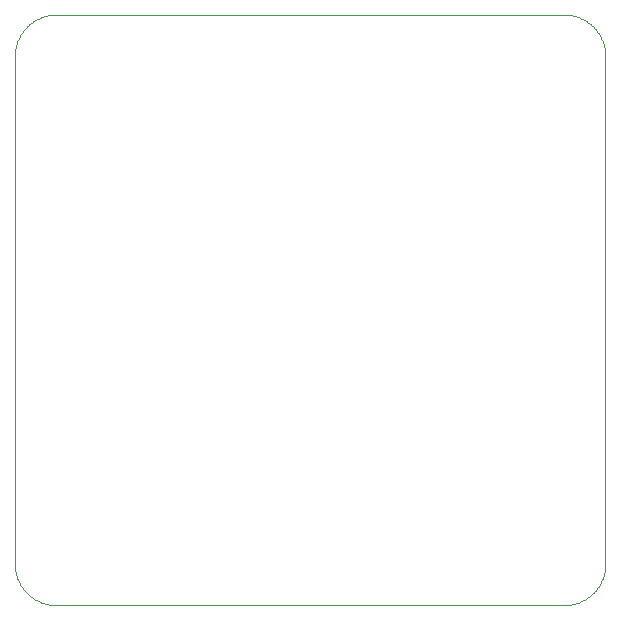
<source format=gbo>
G75*
%MOIN*%
%OFA0B0*%
%FSLAX25Y25*%
%IPPOS*%
%LPD*%
%AMOC8*
5,1,8,0,0,1.08239X$1,22.5*
%
%ADD10C,0.00000*%
%ADD11C,0.00004*%
D10*
X0020490Y0014980D02*
X0020490Y0184271D01*
X0034270Y0198050D02*
X0203561Y0198050D01*
X0217341Y0184271D02*
X0217341Y0014980D01*
X0203561Y0001200D02*
X0034270Y0001200D01*
D11*
X0033937Y0001204D01*
X0033604Y0001216D01*
X0033272Y0001236D01*
X0032940Y0001264D01*
X0032609Y0001300D01*
X0032279Y0001345D01*
X0031950Y0001397D01*
X0031622Y0001457D01*
X0031296Y0001525D01*
X0030972Y0001600D01*
X0030650Y0001684D01*
X0030330Y0001775D01*
X0030012Y0001874D01*
X0029696Y0001981D01*
X0029384Y0002095D01*
X0029074Y0002217D01*
X0028767Y0002347D01*
X0028463Y0002483D01*
X0028163Y0002627D01*
X0027866Y0002778D01*
X0027573Y0002937D01*
X0027284Y0003102D01*
X0026999Y0003274D01*
X0026718Y0003453D01*
X0026442Y0003639D01*
X0026170Y0003832D01*
X0025903Y0004031D01*
X0025641Y0004236D01*
X0025384Y0004448D01*
X0025132Y0004666D01*
X0024886Y0004889D01*
X0024645Y0005119D01*
X0024409Y0005355D01*
X0024179Y0005596D01*
X0023956Y0005842D01*
X0023738Y0006094D01*
X0023526Y0006351D01*
X0023321Y0006613D01*
X0023122Y0006880D01*
X0022929Y0007152D01*
X0022743Y0007428D01*
X0022564Y0007709D01*
X0022392Y0007994D01*
X0022227Y0008283D01*
X0022068Y0008576D01*
X0021917Y0008873D01*
X0021773Y0009173D01*
X0021637Y0009477D01*
X0021507Y0009784D01*
X0021385Y0010094D01*
X0021271Y0010406D01*
X0021164Y0010722D01*
X0021065Y0011040D01*
X0020974Y0011360D01*
X0020890Y0011682D01*
X0020815Y0012006D01*
X0020747Y0012332D01*
X0020687Y0012660D01*
X0020635Y0012989D01*
X0020590Y0013319D01*
X0020554Y0013650D01*
X0020526Y0013982D01*
X0020506Y0014314D01*
X0020494Y0014647D01*
X0020490Y0014980D01*
X0203561Y0001200D02*
X0203894Y0001204D01*
X0204227Y0001216D01*
X0204559Y0001236D01*
X0204891Y0001264D01*
X0205222Y0001300D01*
X0205552Y0001345D01*
X0205881Y0001397D01*
X0206209Y0001457D01*
X0206535Y0001525D01*
X0206859Y0001600D01*
X0207181Y0001684D01*
X0207501Y0001775D01*
X0207819Y0001874D01*
X0208135Y0001981D01*
X0208447Y0002095D01*
X0208757Y0002217D01*
X0209064Y0002347D01*
X0209368Y0002483D01*
X0209668Y0002627D01*
X0209965Y0002778D01*
X0210258Y0002937D01*
X0210547Y0003102D01*
X0210832Y0003274D01*
X0211113Y0003453D01*
X0211389Y0003639D01*
X0211661Y0003832D01*
X0211928Y0004031D01*
X0212190Y0004236D01*
X0212447Y0004448D01*
X0212699Y0004666D01*
X0212945Y0004889D01*
X0213186Y0005119D01*
X0213422Y0005355D01*
X0213652Y0005596D01*
X0213875Y0005842D01*
X0214093Y0006094D01*
X0214305Y0006351D01*
X0214510Y0006613D01*
X0214709Y0006880D01*
X0214902Y0007152D01*
X0215088Y0007428D01*
X0215267Y0007709D01*
X0215439Y0007994D01*
X0215604Y0008283D01*
X0215763Y0008576D01*
X0215914Y0008873D01*
X0216058Y0009173D01*
X0216194Y0009477D01*
X0216324Y0009784D01*
X0216446Y0010094D01*
X0216560Y0010406D01*
X0216667Y0010722D01*
X0216766Y0011040D01*
X0216857Y0011360D01*
X0216941Y0011682D01*
X0217016Y0012006D01*
X0217084Y0012332D01*
X0217144Y0012660D01*
X0217196Y0012989D01*
X0217241Y0013319D01*
X0217277Y0013650D01*
X0217305Y0013982D01*
X0217325Y0014314D01*
X0217337Y0014647D01*
X0217341Y0014980D01*
X0217341Y0184271D02*
X0217337Y0184604D01*
X0217325Y0184937D01*
X0217305Y0185269D01*
X0217277Y0185601D01*
X0217241Y0185932D01*
X0217196Y0186262D01*
X0217144Y0186591D01*
X0217084Y0186919D01*
X0217016Y0187245D01*
X0216941Y0187569D01*
X0216857Y0187891D01*
X0216766Y0188211D01*
X0216667Y0188529D01*
X0216560Y0188845D01*
X0216446Y0189157D01*
X0216324Y0189467D01*
X0216194Y0189774D01*
X0216058Y0190078D01*
X0215914Y0190378D01*
X0215763Y0190675D01*
X0215604Y0190968D01*
X0215439Y0191257D01*
X0215267Y0191542D01*
X0215088Y0191823D01*
X0214902Y0192099D01*
X0214709Y0192371D01*
X0214510Y0192638D01*
X0214305Y0192900D01*
X0214093Y0193157D01*
X0213875Y0193409D01*
X0213652Y0193655D01*
X0213422Y0193896D01*
X0213186Y0194132D01*
X0212945Y0194362D01*
X0212699Y0194585D01*
X0212447Y0194803D01*
X0212190Y0195015D01*
X0211928Y0195220D01*
X0211661Y0195419D01*
X0211389Y0195612D01*
X0211113Y0195798D01*
X0210832Y0195977D01*
X0210547Y0196149D01*
X0210258Y0196314D01*
X0209965Y0196473D01*
X0209668Y0196624D01*
X0209368Y0196768D01*
X0209064Y0196904D01*
X0208757Y0197034D01*
X0208447Y0197156D01*
X0208135Y0197270D01*
X0207819Y0197377D01*
X0207501Y0197476D01*
X0207181Y0197567D01*
X0206859Y0197651D01*
X0206535Y0197726D01*
X0206209Y0197794D01*
X0205881Y0197854D01*
X0205552Y0197906D01*
X0205222Y0197951D01*
X0204891Y0197987D01*
X0204559Y0198015D01*
X0204227Y0198035D01*
X0203894Y0198047D01*
X0203561Y0198051D01*
X0034270Y0198051D02*
X0033937Y0198047D01*
X0033604Y0198035D01*
X0033272Y0198015D01*
X0032940Y0197987D01*
X0032609Y0197951D01*
X0032279Y0197906D01*
X0031950Y0197854D01*
X0031622Y0197794D01*
X0031296Y0197726D01*
X0030972Y0197651D01*
X0030650Y0197567D01*
X0030330Y0197476D01*
X0030012Y0197377D01*
X0029696Y0197270D01*
X0029384Y0197156D01*
X0029074Y0197034D01*
X0028767Y0196904D01*
X0028463Y0196768D01*
X0028163Y0196624D01*
X0027866Y0196473D01*
X0027573Y0196314D01*
X0027284Y0196149D01*
X0026999Y0195977D01*
X0026718Y0195798D01*
X0026442Y0195612D01*
X0026170Y0195419D01*
X0025903Y0195220D01*
X0025641Y0195015D01*
X0025384Y0194803D01*
X0025132Y0194585D01*
X0024886Y0194362D01*
X0024645Y0194132D01*
X0024409Y0193896D01*
X0024179Y0193655D01*
X0023956Y0193409D01*
X0023738Y0193157D01*
X0023526Y0192900D01*
X0023321Y0192638D01*
X0023122Y0192371D01*
X0022929Y0192099D01*
X0022743Y0191823D01*
X0022564Y0191542D01*
X0022392Y0191257D01*
X0022227Y0190968D01*
X0022068Y0190675D01*
X0021917Y0190378D01*
X0021773Y0190078D01*
X0021637Y0189774D01*
X0021507Y0189467D01*
X0021385Y0189157D01*
X0021271Y0188845D01*
X0021164Y0188529D01*
X0021065Y0188211D01*
X0020974Y0187891D01*
X0020890Y0187569D01*
X0020815Y0187245D01*
X0020747Y0186919D01*
X0020687Y0186591D01*
X0020635Y0186262D01*
X0020590Y0185932D01*
X0020554Y0185601D01*
X0020526Y0185269D01*
X0020506Y0184937D01*
X0020494Y0184604D01*
X0020490Y0184271D01*
M02*

</source>
